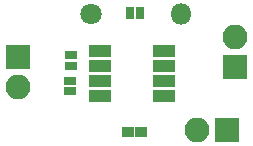
<source format=gbr>
G04 #@! TF.FileFunction,Soldermask,Top*
%FSLAX46Y46*%
G04 Gerber Fmt 4.6, Leading zero omitted, Abs format (unit mm)*
G04 Created by KiCad (PCBNEW 4.0.6) date 11/05/17 19:48:39*
%MOMM*%
%LPD*%
G01*
G04 APERTURE LIST*
%ADD10C,0.100000*%
%ADD11R,1.000000X0.800000*%
%ADD12R,2.100000X2.100000*%
%ADD13O,2.100000X2.100000*%
%ADD14R,1.950000X1.000000*%
%ADD15C,1.800000*%
%ADD16O,1.800000X1.800000*%
%ADD17R,0.800000X1.000000*%
%ADD18R,1.000000X0.900000*%
G04 APERTURE END LIST*
D10*
D11*
X132430000Y-86240000D03*
X132430000Y-85340000D03*
X132510000Y-83190000D03*
X132510000Y-84090000D03*
D12*
X145770000Y-89540000D03*
D13*
X143230000Y-89540000D03*
D12*
X146420000Y-84200000D03*
D13*
X146420000Y-81660000D03*
D12*
X128080000Y-83350000D03*
D13*
X128080000Y-85890000D03*
D14*
X135010000Y-85355000D03*
X135010000Y-82815000D03*
X135010000Y-84085000D03*
X135010000Y-86625000D03*
X140410000Y-86625000D03*
X140410000Y-85355000D03*
X140410000Y-84085000D03*
X140410000Y-82815000D03*
D15*
X134200000Y-79740000D03*
D16*
X141820000Y-79740000D03*
D17*
X137490000Y-79660000D03*
X138390000Y-79660000D03*
D18*
X137340000Y-89710000D03*
X138440000Y-89710000D03*
M02*

</source>
